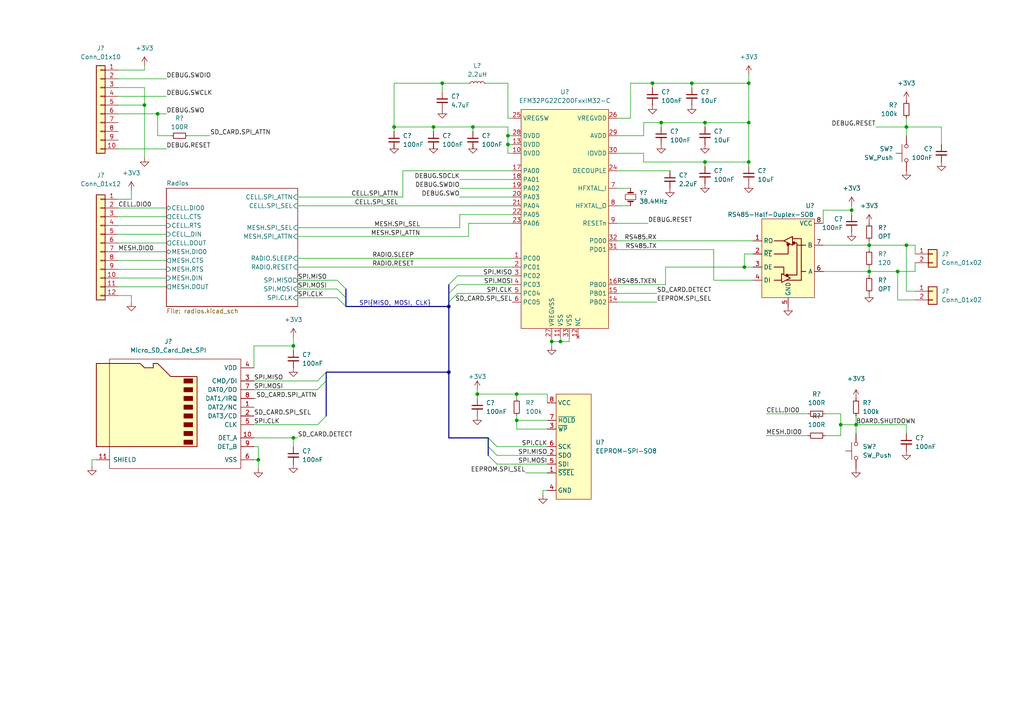
<source format=kicad_sch>
(kicad_sch (version 20211123) (generator eeschema)
  (paper "A4")
  (lib_symbols
    (symbol "Connector_Generic:Conn_01x02" (pin_names (offset 1.016) hide)
      (property "Reference" "J" (at 0 2.54 0))
      (property "Value" "Conn_01x02" (at 0 -5.08 0))
      (symbol "Conn_01x02_1_1"
        (rectangle (start -1.27 -2.413) (end 0 -2.667) (stroke (width 0.1524)))
        (rectangle (start -1.27 0.127) (end 0 -0.127) (stroke (width 0.1524)))
        (rectangle (start -1.27 1.27) (end 1.27 -3.81) (stroke (width 0.254)) (fill (type background)))
        (pin passive line (at -5.08 0 0) (length 3.81) (name "Pin_1") (number "1"))
        (pin passive line (at -5.08 -2.54 0) (length 3.81) (name "Pin_2") (number "2"))
      )
    )
    (symbol "Connector_Generic:Conn_01x10" (pin_names (offset 1.016) hide)
      (property "Reference" "J" (at 0 12.7 0))
      (property "Value" "Conn_01x10" (at 0 -15.24 0))
      (symbol "Conn_01x10_1_1"
        (rectangle (start -1.27 -12.573) (end 0 -12.827) (stroke (width 0.1524)))
        (rectangle (start -1.27 -10.033) (end 0 -10.287) (stroke (width 0.1524)))
        (rectangle (start -1.27 -7.493) (end 0 -7.747) (stroke (width 0.1524)))
        (rectangle (start -1.27 -4.953) (end 0 -5.207) (stroke (width 0.1524)))
        (rectangle (start -1.27 -2.413) (end 0 -2.667) (stroke (width 0.1524)))
        (rectangle (start -1.27 0.127) (end 0 -0.127) (stroke (width 0.1524)))
        (rectangle (start -1.27 2.667) (end 0 2.413) (stroke (width 0.1524)))
        (rectangle (start -1.27 5.207) (end 0 4.953) (stroke (width 0.1524)))
        (rectangle (start -1.27 7.747) (end 0 7.493) (stroke (width 0.1524)))
        (rectangle (start -1.27 10.287) (end 0 10.033) (stroke (width 0.1524)))
        (rectangle (start -1.27 11.43) (end 1.27 -13.97) (stroke (width 0.254)) (fill (type background)))
        (pin passive line (at -5.08 10.16 0) (length 3.81) (name "Pin_1") (number "1"))
        (pin passive line (at -5.08 -12.7 0) (length 3.81) (name "Pin_10") (number "10"))
        (pin passive line (at -5.08 7.62 0) (length 3.81) (name "Pin_2") (number "2"))
        (pin passive line (at -5.08 5.08 0) (length 3.81) (name "Pin_3") (number "3"))
        (pin passive line (at -5.08 2.54 0) (length 3.81) (name "Pin_4") (number "4"))
        (pin passive line (at -5.08 0 0) (length 3.81) (name "Pin_5") (number "5"))
        (pin passive line (at -5.08 -2.54 0) (length 3.81) (name "Pin_6") (number "6"))
        (pin passive line (at -5.08 -5.08 0) (length 3.81) (name "Pin_7") (number "7"))
        (pin passive line (at -5.08 -7.62 0) (length 3.81) (name "Pin_8") (number "8"))
        (pin passive line (at -5.08 -10.16 0) (length 3.81) (name "Pin_9") (number "9"))
      )
    )
    (symbol "Connector_Generic:Conn_01x12" (pin_names (offset 1.016) hide)
      (property "Reference" "J" (at 0 15.24 0))
      (property "Value" "Conn_01x12" (at 0 -17.78 0))
      (symbol "Conn_01x12_1_1"
        (rectangle (start -1.27 -15.113) (end 0 -15.367) (stroke (width 0.1524)))
        (rectangle (start -1.27 -12.573) (end 0 -12.827) (stroke (width 0.1524)))
        (rectangle (start -1.27 -10.033) (end 0 -10.287) (stroke (width 0.1524)))
        (rectangle (start -1.27 -7.493) (end 0 -7.747) (stroke (width 0.1524)))
        (rectangle (start -1.27 -4.953) (end 0 -5.207) (stroke (width 0.1524)))
        (rectangle (start -1.27 -2.413) (end 0 -2.667) (stroke (width 0.1524)))
        (rectangle (start -1.27 0.127) (end 0 -0.127) (stroke (width 0.1524)))
        (rectangle (start -1.27 2.667) (end 0 2.413) (stroke (width 0.1524)))
        (rectangle (start -1.27 5.207) (end 0 4.953) (stroke (width 0.1524)))
        (rectangle (start -1.27 7.747) (end 0 7.493) (stroke (width 0.1524)))
        (rectangle (start -1.27 10.287) (end 0 10.033) (stroke (width 0.1524)))
        (rectangle (start -1.27 12.827) (end 0 12.573) (stroke (width 0.1524)))
        (rectangle (start -1.27 13.97) (end 1.27 -16.51) (stroke (width 0.254)) (fill (type background)))
        (pin passive line (at -5.08 12.7 0) (length 3.81) (name "Pin_1") (number "1"))
        (pin passive line (at -5.08 -10.16 0) (length 3.81) (name "Pin_10") (number "10"))
        (pin passive line (at -5.08 -12.7 0) (length 3.81) (name "Pin_11") (number "11"))
        (pin passive line (at -5.08 -15.24 0) (length 3.81) (name "Pin_12") (number "12"))
        (pin passive line (at -5.08 10.16 0) (length 3.81) (name "Pin_2") (number "2"))
        (pin passive line (at -5.08 7.62 0) (length 3.81) (name "Pin_3") (number "3"))
        (pin passive line (at -5.08 5.08 0) (length 3.81) (name "Pin_4") (number "4"))
        (pin passive line (at -5.08 2.54 0) (length 3.81) (name "Pin_5") (number "5"))
        (pin passive line (at -5.08 0 0) (length 3.81) (name "Pin_6") (number "6"))
        (pin passive line (at -5.08 -2.54 0) (length 3.81) (name "Pin_7") (number "7"))
        (pin passive line (at -5.08 -5.08 0) (length 3.81) (name "Pin_8") (number "8"))
        (pin passive line (at -5.08 -7.62 0) (length 3.81) (name "Pin_9") (number "9"))
      )
    )
    (symbol "Device:C_Small" (pin_numbers hide) (pin_names (offset 0.254) hide)
      (property "Reference" "C" (at 0.254 1.778 0))
      (property "Value" "C_Small" (at 0.254 -2.032 0))
      (symbol "C_Small_0_1"
        (polyline (pts (xy -1.524 -0.508) (xy 1.524 -0.508)) (stroke (width 0.3302)))
        (polyline (pts (xy -1.524 0.508) (xy 1.524 0.508)) (stroke (width 0.3048)))
      )
      (symbol "C_Small_1_1"
        (pin passive line (at 0 2.54 270) (length 2.032) (name "~") (number "1"))
        (pin passive line (at 0 -2.54 90) (length 2.032) (name "~") (number "2"))
      )
    )
    (symbol "Device:Crystal_Small" (pin_numbers hide) (pin_names (offset 1.016) hide)
      (property "Reference" "Y" (at 0 2.54 0))
      (property "Value" "Crystal_Small" (at 0 -2.54 0))
      (symbol "Crystal_Small_0_1"
        (rectangle (start -0.762 -1.524) (end 0.762 1.524))
        (polyline (pts (xy -1.27 -0.762) (xy -1.27 0.762)) (stroke (width 0.381)))
        (polyline (pts (xy 1.27 -0.762) (xy 1.27 0.762)) (stroke (width 0.381)))
      )
      (symbol "Crystal_Small_1_1"
        (pin passive line (at -2.54 0 0) (length 1.27) (name "1") (number "1"))
        (pin passive line (at 2.54 0 180) (length 1.27) (name "2") (number "2"))
      )
    )
    (symbol "Device:L_Small" (pin_numbers hide) (pin_names (offset 0.254) hide)
      (property "Reference" "L" (at 0.762 1.016 0))
      (property "Value" "L_Small" (at 0.762 -1.016 0))
      (symbol "L_Small_0_1"
        (arc (start 0 -2.032) (mid 0.508 -1.524) (end 0 -1.016))
        (arc (start 0 -1.016) (mid 0.508 -0.508) (end 0 0))
        (arc (start 0 0) (mid 0.508 0.508) (end 0 1.016))
        (arc (start 0 1.016) (mid 0.508 1.524) (end 0 2.032))
      )
      (symbol "L_Small_1_1"
        (pin passive line (at 0 2.54 270) (length 0.508) (name "~") (number "1"))
        (pin passive line (at 0 -2.54 90) (length 0.508) (name "~") (number "2"))
      )
    )
    (symbol "Switch:SW_Push" (pin_numbers hide) (pin_names (offset 1.016) hide)
      (property "Reference" "SW" (at 1.27 2.54 0))
      (property "Value" "SW_Push" (at 0 -1.524 0))
      (symbol "SW_Push_0_1"
        (circle (center -2.032 0) (radius 0.508))
        (polyline (pts (xy 0 1.27) (xy 0 3.048)))
        (polyline (pts (xy 2.54 1.27) (xy -2.54 1.27)))
        (circle (center 2.032 0) (radius 0.508))
        (pin passive line (at -5.08 0 0) (length 2.54) (name "1") (number "1"))
        (pin passive line (at 5.08 0 180) (length 2.54) (name "2") (number "2"))
      )
    )
    (symbol "novasource_parts:C_Small" (pin_numbers hide) (pin_names (offset 0.254) hide)
      (property "Reference" "C" (at 0.254 1.778 0))
      (property "Value" "C_Small" (at 0.254 -2.032 0))
      (symbol "C_Small_0_1"
        (polyline (pts (xy -1.524 -0.508) (xy 1.524 -0.508)) (stroke (width 0.3302)))
        (polyline (pts (xy -1.524 0.508) (xy 1.524 0.508)) (stroke (width 0.3048)))
      )
      (symbol "C_Small_1_1"
        (pin passive line (at 0 2.54 270) (length 2.032) (name "~") (number "1"))
        (pin passive line (at 0 -2.54 90) (length 2.032) (name "~") (number "2"))
      )
    )
    (symbol "novasource_parts:EEPROM-SPI-SO8"
      (property "Reference" "U?" (at 11.43 -6.3499 0))
      (property "Value" "EEPROM-SPI-SO8" (at 11.43 -8.8899 0))
      (symbol "EEPROM-SPI-SO8_0_1"
        (rectangle (start 0 7.62) (end 10.16 -22.86) (fill (type background)))
      )
      (symbol "EEPROM-SPI-SO8_1_1"
        (pin input line (at -2.54 -15.24 0) (length 2.54) (name "~{SSEL}") (number "1"))
        (pin tri_state line (at -2.54 -10.16 0) (length 2.54) (name "SDO") (number "2"))
        (pin input line (at -2.54 -2.54 0) (length 2.54) (name "~{WP}") (number "3"))
        (pin power_in line (at -2.54 -20.32 0) (length 2.54) (name "GND") (number "4"))
        (pin input line (at -2.54 -12.7 0) (length 2.54) (name "SDI") (number "5"))
        (pin input line (at -2.54 -7.62 0) (length 2.54) (name "SCK") (number "6"))
        (pin input line (at -2.54 0 0) (length 2.54) (name "~{HOLD}") (number "7"))
        (pin power_in line (at -2.54 5.08 0) (length 2.54) (name "VCC") (number "8"))
      )
    )
    (symbol "novasource_parts:EFM32PG22C200FxxIM32-C"
      (property "Reference" "U" (at -12.7 36.83 0))
      (property "Value" "EFM32PG22C200FxxIM32-C" (at 0 34.29 0))
      (symbol "EFM32PG22C200FxxIM32-C_0_0"
        (pin bidirectional line (at 15.24 -10.16 180) (length 2.54) (name "PC00") (number "1"))
        (pin power_in line (at 15.24 20.32 180) (length 2.54) (name "DVDD") (number "10"))
        (pin power_in line (at 1.27 -33.02 90) (length 2.54) (name "VSS") (number "11"))
        (pin no_connect line (at -3.81 -33.02 90) (length 2.54) (name "NC") (number "12"))
        (pin power_in line (at 15.24 22.86 180) (length 2.54) (name "DVDD") (number "13"))
        (pin bidirectional line (at -15.24 -22.86 0) (length 2.54) (name "PB02") (number "14"))
        (pin bidirectional line (at -15.24 -20.32 0) (length 2.54) (name "PB01") (number "15"))
        (pin bidirectional line (at -15.24 -17.78 0) (length 2.54) (name "PB00") (number "16"))
        (pin bidirectional line (at 15.24 15.24 180) (length 2.54) (name "PA00") (number "17"))
        (pin bidirectional line (at 15.24 12.7 180) (length 2.54) (name "PA01") (number "18"))
        (pin bidirectional line (at 15.24 10.16 180) (length 2.54) (name "PA02") (number "19"))
        (pin bidirectional line (at 15.24 -12.7 180) (length 2.54) (name "PC01") (number "2"))
        (pin bidirectional line (at 15.24 7.62 180) (length 2.54) (name "PA03") (number "20"))
        (pin bidirectional line (at 15.24 5.08 180) (length 2.54) (name "PA04") (number "21"))
        (pin bidirectional line (at 15.24 2.54 180) (length 2.54) (name "PA05") (number "22"))
        (pin bidirectional line (at 15.24 0 180) (length 2.54) (name "PA06") (number "23"))
        (pin passive line (at -15.24 15.24 0) (length 2.54) (name "DECOUPLE") (number "24"))
        (pin power_out line (at 15.24 30.48 180) (length 2.54) (name "VREGSW") (number "25"))
        (pin power_in line (at -15.24 30.48 0) (length 2.54) (name "VREGVDD") (number "26"))
        (pin power_in line (at 3.81 -33.02 90) (length 2.54) (name "VREGVSS") (number "27"))
        (pin power_in line (at 15.24 25.4 180) (length 2.54) (name "DVDD") (number "28"))
        (pin power_in line (at -15.24 25.4 0) (length 2.54) (name "AVDD") (number "29"))
        (pin bidirectional line (at 15.24 -15.24 180) (length 2.54) (name "PC02") (number "3"))
        (pin power_in line (at -15.24 20.32 0) (length 2.54) (name "IOVDD") (number "30"))
        (pin bidirectional line (at -15.24 -7.62 0) (length 2.54) (name "PD01") (number "31"))
        (pin bidirectional line (at -15.24 -5.08 0) (length 2.54) (name "PD00") (number "32"))
        (pin power_in line (at -1.27 -33.02 90) (length 2.54) (name "VSS") (number "33"))
        (pin bidirectional line (at 15.24 -17.78 180) (length 2.54) (name "PC03") (number "4"))
        (pin bidirectional line (at 15.24 -20.32 180) (length 2.54) (name "PC04") (number "5"))
        (pin bidirectional line (at 15.24 -22.86 180) (length 2.54) (name "PC05") (number "6"))
        (pin input line (at -15.24 10.16 0) (length 2.54) (name "HFXTAL_I") (number "7"))
        (pin output line (at -15.24 5.08 0) (length 2.54) (name "HFXTAL_O") (number "8"))
        (pin input line (at -15.24 0 0) (length 2.54) (name "RESETn") (number "9"))
      )
      (symbol "EFM32PG22C200FxxIM32-C_0_1"
        (rectangle (start -12.7 33.02) (end 12.7 -30.48) (fill (type background)))
      )
    )
    (symbol "novasource_parts:GND" (power) (pin_names (offset 0))
      (symbol "GND_0_1"
        (polyline (pts (xy 0 0) (xy 0 -1.27) (xy 1.27 -1.27) (xy 0 -2.54) (xy -1.27 -1.27) (xy 0 -1.27)))
      )
      (symbol "GND_1_1"
        (pin power_in line (at 0 0 270) (length 0) hide (name "GND") (number "1"))
      )
    )
    (symbol "novasource_parts:Micro_SD_Card_Det_SPI" (pin_names (offset 1.016))
      (property "Reference" "J" (at -20.32 17.78 0))
      (property "Value" "Micro_SD_Card_Det_SPI" (at 15.24 17.78 0))
      (symbol "Micro_SD_Card_Det_SPI_0_1"
        (rectangle (start -21.59 16.51) (end 16.51 -15.24))
        (rectangle (start -7.62 -6.985) (end -5.08 -8.255) (fill (type outline)))
        (rectangle (start -7.62 -4.445) (end -5.08 -5.715) (fill (type outline)))
        (rectangle (start -7.62 -1.905) (end -5.08 -3.175) (fill (type outline)))
        (rectangle (start -7.62 0.635) (end -5.08 -0.635) (fill (type outline)))
        (rectangle (start -7.62 3.175) (end -5.08 1.905) (fill (type outline)))
        (rectangle (start -7.62 5.715) (end -5.08 4.445) (fill (type outline)))
        (rectangle (start -7.62 8.255) (end -5.08 6.985) (fill (type outline)))
        (rectangle (start -7.62 10.795) (end -5.08 9.525) (fill (type outline)))
        (polyline (pts (xy -8.89 -8.89) (xy -8.89 11.43) (xy -1.27 11.43) (xy 2.54 15.24) (xy 3.81 15.24) (xy 3.81 13.97) (xy 6.35 13.97) (xy 7.62 15.24) (xy 20.32 15.24) (xy 20.32 -8.89) (xy -8.89 -8.89)) (stroke (width 0.254)) (fill (type background)))
      )
      (symbol "Micro_SD_Card_Det_SPI_1_1"
        (pin bidirectional line (at -25.4 2.54 0) (length 3.81) (name "DAT2/NC") (number "1"))
        (pin passive line (at -25.4 -6.35 0) (length 3.81) (name "DET_A") (number "10"))
        (pin passive line (at 20.32 -12.7 180) (length 3.81) (name "SHIELD") (number "11"))
        (pin bidirectional line (at -25.4 0 0) (length 3.81) (name "DAT3/CD") (number "2"))
        (pin input line (at -25.4 10.16 0) (length 3.81) (name "CMD/DI") (number "3"))
        (pin power_in line (at -25.4 13.97 0) (length 3.81) (name "VDD") (number "4"))
        (pin input line (at -25.4 -2.54 0) (length 3.81) (name "CLK") (number "5"))
        (pin power_in line (at -25.4 -12.7 0) (length 3.81) (name "VSS") (number "6"))
        (pin bidirectional line (at -25.4 7.62 0) (length 3.81) (name "DAT0/DO") (number "7"))
        (pin bidirectional line (at -25.4 5.08 0) (length 3.81) (name "DAT1/IRQ") (number "8"))
        (pin passive line (at -25.4 -8.89 0) (length 3.81) (name "DET_B") (number "9"))
      )
    )
    (symbol "novasource_parts:RS485-Half-Duplex-SO8"
      (property "Reference" "U" (at -10.16 12.7 0))
      (property "Value" "RS485-Half-Duplex-SO8" (at -11.43 12.7 0))
      (symbol "RS485-Half-Duplex-SO8_0_1"
        (circle (center -0.3048 -6.223) (radius 0.3556) (stroke (width 0.254)) (fill (type outline)))
        (circle (center -0.0254 2.7686) (radius 0.3556) (stroke (width 0.254)) (fill (type outline)))
        (polyline (pts (xy -4.064 -7.62) (xy -1.905 -7.62)) (stroke (width 0.254)))
        (polyline (pts (xy -4.064 3.81) (xy -1.27 3.81)) (stroke (width 0.254)))
        (polyline (pts (xy -1.27 -5.7404) (xy -1.27 -5.9944)) (stroke (width 0.254)))
        (polyline (pts (xy -0.635 -7.62) (xy 3.81 -7.62)) (stroke (width 0.254)))
        (polyline (pts (xy 0 1.27) (xy 0 2.54)) (stroke (width 0.254)))
        (polyline (pts (xy 3.81 -5.08) (xy 5.08 -5.08)) (stroke (width 0.254)))
        (polyline (pts (xy -4.064 -3.81) (xy -1.27 -3.81) (xy -1.27 -5.842)) (stroke (width 0.254)))
        (polyline (pts (xy 0 1.27) (xy 0 0) (xy -4.064 0)) (stroke (width 0.254)))
        (polyline (pts (xy 1.27 4.445) (xy 3.81 4.445) (xy 3.81 -7.62)) (stroke (width 0.254)))
        (polyline (pts (xy 2.54 2.54) (xy 2.54 -6.096) (xy -0.254 -6.096)) (stroke (width 0.254)))
        (polyline (pts (xy -1.905 -5.715) (xy -1.905 -8.255) (xy 0.635 -6.985) (xy -1.905 -5.715)) (stroke (width 0.254)))
        (polyline (pts (xy -1.27 3.81) (xy 1.27 5.08) (xy 1.27 2.54) (xy -1.27 3.81)) (stroke (width 0.254)))
        (polyline (pts (xy 5.08 2.54) (xy 2.54 2.54) (xy 2.54 3.175) (xy 1.905 3.175)) (stroke (width 0.254)))
        (rectangle (start 1.27 4.445) (end 1.27 4.445))
        (circle (center 1.651 3.175) (radius 0.3556) (stroke (width 0.254)) (fill (type outline)))
        (rectangle (start 7.62 10.16) (end -7.62 -12.7) (fill (type background)))
      )
      (symbol "RS485-Half-Duplex-SO8_1_1"
        (pin output line (at -10.16 3.81 0) (length 2.54) (name "RO") (number "1"))
        (pin input line (at -10.16 0 0) (length 2.54) (name "~{RE}") (number "2"))
        (pin input line (at -10.16 -3.81 0) (length 2.54) (name "DE") (number "3"))
        (pin input line (at -10.16 -7.62 0) (length 2.54) (name "DI") (number "4"))
        (pin power_in line (at 0 -15.24 90) (length 2.54) (name "GND") (number "5"))
        (pin bidirectional line (at 10.16 -5.08 180) (length 2.54) (name "A") (number "6"))
        (pin bidirectional line (at 10.16 2.54 180) (length 2.54) (name "B") (number "7"))
        (pin power_in line (at 10.16 8.89 180) (length 2.54) (name "VCC") (number "8"))
      )
    )
    (symbol "novasource_parts:R_Small" (pin_numbers hide) (pin_names (offset 0.254) hide)
      (property "Reference" "R" (at 0.762 0.508 0))
      (property "Value" "R_Small" (at 0.762 -1.016 0))
      (symbol "R_Small_0_1"
        (rectangle (start -0.762 1.778) (end 0.762 -1.778) (stroke (width 0.2032)))
      )
      (symbol "R_Small_1_1"
        (pin passive line (at 0 2.54 270) (length 0.762) (name "~") (number "1"))
        (pin passive line (at 0 -2.54 90) (length 0.762) (name "~") (number "2"))
      )
    )
    (symbol "power:+3.3V" (power) (pin_names (offset 0))
      (property "Value" "+3.3V" (at 0 3.556 0))
      (symbol "+3.3V_0_1"
        (polyline (pts (xy -0.762 1.27) (xy 0 2.54)))
        (polyline (pts (xy 0 0) (xy 0 2.54)))
        (polyline (pts (xy 0 2.54) (xy 0.762 1.27)))
      )
      (symbol "+3.3V_1_1"
        (pin power_in line (at 0 0 90) (length 0) hide (name "+3V3") (number "1"))
      )
    )
  )
  (junction (at 252.095 71.12))
  (junction (at 204.47 46.99))
  (junction (at 149.86 121.92))
  (junction (at 262.89 36.83))
  (junction (at 217.17 35.56))
  (junction (at 191.77 35.56))
  (junction (at 200.66 24.13))
  (junction (at 147.32 41.91))
  (junction (at 162.56 99.06))
  (junction (at 248.285 123.19))
  (junction (at 262.89 71.12))
  (junction (at 247.015 60.96))
  (junction (at 85.09 100.33))
  (junction (at 260.35 78.74))
  (junction (at 128.27 24.13))
  (junction (at 114.3 36.83))
  (junction (at 252.095 78.74))
  (junction (at 45.72 33.02))
  (junction (at 85.09 127))
  (junction (at 138.43 114.3))
  (junction (at 160.02 99.06))
  (junction (at 74.93 133.35))
  (junction (at 217.17 24.13))
  (junction (at 243.84 123.19))
  (junction (at 125.73 36.83))
  (junction (at 215.9 77.47))
  (junction (at 41.91 30.48))
  (junction (at 149.86 114.3))
  (junction (at 147.32 39.37))
  (junction (at 137.16 36.83))
  (junction (at 189.23 24.13))
  (junction (at 130.175 88.9))
  (junction (at 204.47 35.56))
  (junction (at 130.175 107.95))
  (junction (at 217.17 46.99))
  (bus_entry (at 100.33 83.82) (size -2.54 -2.54))
  (bus_entry (at 100.33 88.9) (size -2.54 -2.54))
  (bus_entry (at 100.33 86.36) (size -2.54 -2.54))
  (bus_entry (at 141.605 127) (size 2.54 2.54))
  (bus_entry (at 94.615 107.95) (size -2.54 2.54))
  (bus_entry (at 132.715 80.01) (size -2.54 2.54))
  (bus_entry (at 94.615 110.49) (size -2.54 2.54))
  (bus_entry (at 141.605 129.54) (size 2.54 2.54))
  (bus_entry (at 94.615 120.65) (size -2.54 2.54))
  (bus_entry (at 141.605 132.08) (size 2.54 2.54))
  (bus_entry (at 132.715 82.55) (size -2.54 2.54))
  (bus_entry (at 132.715 85.09) (size -2.54 2.54))
  (wire (pts (xy 190.5 85.09) (xy 179.07 85.09)))
  (wire (pts (xy 34.29 75.565) (xy 48.26 75.565)))
  (wire (pts (xy 158.75 137.16) (xy 152.4 137.16)))
  (wire (pts (xy 86.36 74.93) (xy 148.59 74.93)))
  (wire (pts (xy 248.285 123.19) (xy 248.285 125.73)))
  (wire (pts (xy 41.91 20.32) (xy 34.29 20.32)))
  (wire (pts (xy 252.095 71.12) (xy 252.095 69.85)))
  (wire (pts (xy 165.1 99.06) (xy 165.1 97.79)))
  (wire (pts (xy 193.04 82.55) (xy 179.07 82.55)))
  (wire (pts (xy 252.095 78.74) (xy 252.095 80.01)))
  (wire (pts (xy 265.43 71.12) (xy 265.43 73.66)))
  (wire (pts (xy 74.93 133.35) (xy 74.93 135.89)))
  (wire (pts (xy 204.47 35.56) (xy 204.47 36.83)))
  (bus (pts (xy 130.175 88.9) (xy 100.33 88.9)))
  (wire (pts (xy 34.29 85.725) (xy 38.1 85.725)))
  (wire (pts (xy 73.66 100.33) (xy 73.66 106.68)))
  (wire (pts (xy 34.29 43.18) (xy 48.26 43.18)))
  (wire (pts (xy 26.67 133.35) (xy 26.67 135.255)))
  (wire (pts (xy 238.76 78.74) (xy 252.095 78.74)))
  (wire (pts (xy 73.66 115.57) (xy 74.295 115.57)))
  (wire (pts (xy 191.77 35.56) (xy 191.77 36.83)))
  (wire (pts (xy 73.66 113.03) (xy 92.075 113.03)))
  (wire (pts (xy 248.285 120.65) (xy 248.285 123.19)))
  (wire (pts (xy 262.89 84.455) (xy 262.89 71.12)))
  (wire (pts (xy 41.91 30.48) (xy 41.91 45.72)))
  (wire (pts (xy 157.48 142.24) (xy 157.48 143.51)))
  (wire (pts (xy 204.47 46.99) (xy 204.47 48.26)))
  (wire (pts (xy 158.75 124.46) (xy 149.86 124.46)))
  (wire (pts (xy 238.76 64.77) (xy 238.76 60.96)))
  (bus (pts (xy 130.175 82.55) (xy 130.175 85.09)))
  (wire (pts (xy 147.32 36.83) (xy 147.32 39.37)))
  (wire (pts (xy 243.84 126.365) (xy 243.84 123.19)))
  (wire (pts (xy 149.86 124.46) (xy 149.86 121.92)))
  (wire (pts (xy 128.27 24.13) (xy 128.27 26.67)))
  (wire (pts (xy 149.86 121.92) (xy 158.75 121.92)))
  (wire (pts (xy 34.29 78.105) (xy 48.26 78.105)))
  (wire (pts (xy 179.07 34.29) (xy 182.88 34.29)))
  (wire (pts (xy 34.29 70.485) (xy 48.26 70.485)))
  (wire (pts (xy 204.47 46.99) (xy 217.17 46.99)))
  (wire (pts (xy 158.75 142.24) (xy 157.48 142.24)))
  (wire (pts (xy 34.29 25.4) (xy 41.91 25.4)))
  (wire (pts (xy 148.59 44.45) (xy 147.32 44.45)))
  (wire (pts (xy 148.59 49.53) (xy 116.84 49.53)))
  (wire (pts (xy 147.32 39.37) (xy 147.32 41.91)))
  (wire (pts (xy 147.32 34.29) (xy 147.32 24.13)))
  (wire (pts (xy 217.17 24.13) (xy 217.17 35.56)))
  (wire (pts (xy 133.35 52.07) (xy 148.59 52.07)))
  (wire (pts (xy 204.47 35.56) (xy 217.17 35.56)))
  (wire (pts (xy 260.35 78.74) (xy 252.095 78.74)))
  (wire (pts (xy 86.36 83.82) (xy 97.79 83.82)))
  (wire (pts (xy 162.56 97.79) (xy 162.56 99.06)))
  (wire (pts (xy 217.17 46.99) (xy 217.17 48.26)))
  (wire (pts (xy 190.5 87.63) (xy 179.07 87.63)))
  (wire (pts (xy 86.36 77.47) (xy 148.59 77.47)))
  (bus (pts (xy 94.615 110.49) (xy 94.615 120.65)))
  (wire (pts (xy 160.02 99.06) (xy 162.56 99.06)))
  (wire (pts (xy 218.44 69.85) (xy 179.07 69.85)))
  (wire (pts (xy 218.44 73.66) (xy 215.9 73.66)))
  (wire (pts (xy 189.23 24.13) (xy 200.66 24.13)))
  (wire (pts (xy 34.29 67.945) (xy 48.26 67.945)))
  (wire (pts (xy 34.29 73.025) (xy 48.26 73.025)))
  (bus (pts (xy 130.175 127) (xy 141.605 127)))
  (wire (pts (xy 86.36 68.58) (xy 135.89 68.58)))
  (bus (pts (xy 141.605 127) (xy 141.605 129.54)))
  (wire (pts (xy 45.72 33.02) (xy 48.26 33.02)))
  (wire (pts (xy 137.16 36.83) (xy 137.16 38.1)))
  (wire (pts (xy 273.05 36.83) (xy 273.05 41.91)))
  (wire (pts (xy 265.43 86.995) (xy 260.35 86.995)))
  (wire (pts (xy 86.36 81.28) (xy 97.79 81.28)))
  (wire (pts (xy 133.35 66.04) (xy 133.35 62.23)))
  (wire (pts (xy 179.07 59.69) (xy 182.88 59.69)))
  (wire (pts (xy 160.02 99.06) (xy 160.02 100.33)))
  (wire (pts (xy 138.43 114.3) (xy 149.86 114.3)))
  (wire (pts (xy 54.61 39.37) (xy 60.96 39.37)))
  (wire (pts (xy 149.86 114.3) (xy 158.75 114.3)))
  (wire (pts (xy 34.29 65.405) (xy 48.26 65.405)))
  (wire (pts (xy 186.69 35.56) (xy 191.77 35.56)))
  (wire (pts (xy 186.69 46.99) (xy 204.47 46.99)))
  (wire (pts (xy 189.23 24.13) (xy 189.23 25.4)))
  (wire (pts (xy 34.29 83.185) (xy 48.26 83.185)))
  (wire (pts (xy 34.29 57.785) (xy 38.1 57.785)))
  (wire (pts (xy 149.86 114.3) (xy 149.86 115.57)))
  (wire (pts (xy 86.36 66.04) (xy 133.35 66.04)))
  (wire (pts (xy 248.285 123.19) (xy 262.89 123.19)))
  (wire (pts (xy 125.73 43.18) (xy 125.73 41.91)))
  (wire (pts (xy 132.715 80.01) (xy 148.59 80.01)))
  (wire (pts (xy 128.27 24.13) (xy 114.3 24.13)))
  (wire (pts (xy 147.32 44.45) (xy 147.32 41.91)))
  (wire (pts (xy 137.16 36.83) (xy 147.32 36.83)))
  (wire (pts (xy 247.015 59.69) (xy 247.015 60.96)))
  (wire (pts (xy 243.84 120.015) (xy 243.84 123.19)))
  (wire (pts (xy 252.095 71.12) (xy 262.89 71.12)))
  (wire (pts (xy 41.91 19.05) (xy 41.91 20.32)))
  (wire (pts (xy 238.76 60.96) (xy 247.015 60.96)))
  (wire (pts (xy 179.07 54.61) (xy 182.88 54.61)))
  (wire (pts (xy 135.89 64.77) (xy 148.59 64.77)))
  (wire (pts (xy 34.29 80.645) (xy 48.26 80.645)))
  (wire (pts (xy 114.3 24.13) (xy 114.3 36.83)))
  (wire (pts (xy 179.07 39.37) (xy 186.69 39.37)))
  (wire (pts (xy 179.07 64.77) (xy 187.96 64.77)))
  (wire (pts (xy 137.16 36.83) (xy 125.73 36.83)))
  (wire (pts (xy 85.09 100.33) (xy 73.66 100.33)))
  (wire (pts (xy 114.3 36.83) (xy 114.3 38.1)))
  (wire (pts (xy 73.66 123.19) (xy 92.075 123.19)))
  (wire (pts (xy 135.89 24.13) (xy 128.27 24.13)))
  (wire (pts (xy 85.09 127) (xy 73.66 127)))
  (wire (pts (xy 86.36 127) (xy 85.09 127)))
  (wire (pts (xy 144.145 129.54) (xy 158.75 129.54)))
  (wire (pts (xy 238.76 71.12) (xy 252.095 71.12)))
  (wire (pts (xy 45.72 39.37) (xy 45.72 33.02)))
  (wire (pts (xy 252.095 71.12) (xy 252.095 72.39)))
  (bus (pts (xy 130.175 88.9) (xy 130.175 107.95)))
  (wire (pts (xy 125.73 36.83) (xy 125.73 38.1)))
  (wire (pts (xy 34.29 27.94) (xy 48.26 27.94)))
  (wire (pts (xy 140.97 24.13) (xy 147.32 24.13)))
  (wire (pts (xy 73.66 110.49) (xy 92.075 110.49)))
  (wire (pts (xy 138.43 114.3) (xy 138.43 115.57)))
  (wire (pts (xy 262.89 123.19) (xy 262.89 125.73)))
  (wire (pts (xy 27.94 133.35) (xy 26.67 133.35)))
  (wire (pts (xy 147.32 41.91) (xy 148.59 41.91)))
  (wire (pts (xy 34.29 33.02) (xy 45.72 33.02)))
  (wire (pts (xy 234.315 120.015) (xy 222.25 120.015)))
  (wire (pts (xy 158.75 116.84) (xy 158.75 114.3)))
  (wire (pts (xy 135.89 68.58) (xy 135.89 64.77)))
  (wire (pts (xy 186.69 39.37) (xy 186.69 35.56)))
  (wire (pts (xy 149.86 121.92) (xy 149.86 120.65)))
  (wire (pts (xy 85.09 97.79) (xy 85.09 100.33)))
  (wire (pts (xy 182.88 34.29) (xy 182.88 24.13)))
  (bus (pts (xy 130.175 107.95) (xy 130.175 127)))
  (bus (pts (xy 94.615 107.95) (xy 130.175 107.95)))
  (bus (pts (xy 141.605 129.54) (xy 141.605 132.08)))
  (wire (pts (xy 252.095 78.74) (xy 252.095 77.47)))
  (wire (pts (xy 193.04 77.47) (xy 193.04 82.55)))
  (wire (pts (xy 97.79 86.36) (xy 86.36 86.36)))
  (wire (pts (xy 148.59 34.29) (xy 147.32 34.29)))
  (wire (pts (xy 186.69 44.45) (xy 186.69 46.99)))
  (wire (pts (xy 215.9 73.66) (xy 215.9 77.47)))
  (wire (pts (xy 215.9 77.47) (xy 218.44 77.47)))
  (wire (pts (xy 132.715 82.55) (xy 148.59 82.55)))
  (bus (pts (xy 130.175 85.09) (xy 130.175 87.63)))
  (wire (pts (xy 218.44 81.28) (xy 207.01 81.28)))
  (wire (pts (xy 34.29 22.86) (xy 48.26 22.86)))
  (wire (pts (xy 34.29 62.865) (xy 48.26 62.865)))
  (wire (pts (xy 73.66 133.35) (xy 74.93 133.35)))
  (wire (pts (xy 74.93 129.54) (xy 74.93 133.35)))
  (wire (pts (xy 132.715 85.09) (xy 148.59 85.09)))
  (wire (pts (xy 114.3 43.18) (xy 114.3 41.91)))
  (wire (pts (xy 85.09 127) (xy 85.09 129.54)))
  (wire (pts (xy 262.89 36.83) (xy 262.89 39.37)))
  (wire (pts (xy 34.29 30.48) (xy 41.91 30.48)))
  (wire (pts (xy 254 36.83) (xy 262.89 36.83)))
  (wire (pts (xy 265.43 76.2) (xy 265.43 78.74)))
  (wire (pts (xy 148.59 57.15) (xy 133.35 57.15)))
  (wire (pts (xy 200.66 24.13) (xy 200.66 25.4)))
  (wire (pts (xy 73.66 129.54) (xy 74.93 129.54)))
  (wire (pts (xy 144.145 132.08) (xy 158.75 132.08)))
  (wire (pts (xy 138.43 113.03) (xy 138.43 114.3)))
  (wire (pts (xy 41.91 25.4) (xy 41.91 30.48)))
  (wire (pts (xy 222.25 126.365) (xy 234.315 126.365)))
  (wire (pts (xy 49.53 39.37) (xy 45.72 39.37)))
  (wire (pts (xy 243.84 123.19) (xy 248.285 123.19)))
  (wire (pts (xy 262.89 36.83) (xy 273.05 36.83)))
  (wire (pts (xy 217.17 35.56) (xy 217.17 46.99)))
  (wire (pts (xy 265.43 84.455) (xy 262.89 84.455)))
  (wire (pts (xy 247.015 60.96) (xy 247.015 62.23)))
  (wire (pts (xy 179.07 49.53) (xy 194.31 49.53)))
  (wire (pts (xy 148.59 62.23) (xy 133.35 62.23)))
  (bus (pts (xy 94.615 107.95) (xy 94.615 110.49)))
  (wire (pts (xy 147.32 39.37) (xy 148.59 39.37)))
  (wire (pts (xy 207.01 72.39) (xy 207.01 81.28)))
  (wire (pts (xy 262.89 71.12) (xy 265.43 71.12)))
  (wire (pts (xy 191.77 35.56) (xy 204.47 35.56)))
  (bus (pts (xy 130.175 87.63) (xy 130.175 88.9)))
  (wire (pts (xy 239.395 120.015) (xy 243.84 120.015)))
  (wire (pts (xy 262.89 34.29) (xy 262.89 36.83)))
  (wire (pts (xy 148.59 59.69) (xy 86.36 59.69)))
  (wire (pts (xy 86.36 57.15) (xy 116.84 57.15)))
  (wire (pts (xy 133.35 54.61) (xy 148.59 54.61)))
  (wire (pts (xy 265.43 78.74) (xy 260.35 78.74)))
  (wire (pts (xy 160.02 97.79) (xy 160.02 99.06)))
  (wire (pts (xy 239.395 126.365) (xy 243.84 126.365)))
  (wire (pts (xy 116.84 57.15) (xy 116.84 49.53)))
  (wire (pts (xy 182.88 24.13) (xy 189.23 24.13)))
  (wire (pts (xy 200.66 24.13) (xy 217.17 24.13)))
  (wire (pts (xy 85.09 100.33) (xy 85.09 101.6)))
  (wire (pts (xy 215.9 77.47) (xy 193.04 77.47)))
  (wire (pts (xy 162.56 99.06) (xy 165.1 99.06)))
  (wire (pts (xy 34.29 60.325) (xy 48.26 60.325)))
  (bus (pts (xy 100.33 86.36) (xy 100.33 88.9)))
  (wire (pts (xy 38.1 57.785) (xy 38.1 55.245)))
  (wire (pts (xy 38.1 85.725) (xy 38.1 87.63)))
  (wire (pts (xy 260.35 86.995) (xy 260.35 78.74)))
  (wire (pts (xy 179.07 44.45) (xy 186.69 44.45)))
  (wire (pts (xy 217.17 21.59) (xy 217.17 24.13)))
  (wire (pts (xy 144.145 134.62) (xy 158.75 134.62)))
  (wire (pts (xy 137.16 43.18) (xy 137.16 41.91)))
  (wire (pts (xy 179.07 72.39) (xy 207.01 72.39)))
  (wire (pts (xy 125.73 36.83) (xy 114.3 36.83)))
  (bus (pts (xy 100.33 83.82) (xy 100.33 86.36)))
  (label "SPI.MISO" (at 148.59 80.01 180))
  (label "RS485.RX" (at 190.5 69.85 180))
  (label "EEPROM.SPI_SEL" (at 152.4 137.16 180))
  (label "SD_CARD.SPI_SEL" (at 73.66 120.65 0))
  (label "DEBUG.RESET" (at 254 36.83 180))
  (label "DEBUG.SWO" (at 133.35 57.15 180))
  (label "SPI.CLK" (at 158.75 129.54 180))
  (label "SPI{MISO, MOSI, CLK}" (at 104.14 88.9 0))
  (label "MESH.SPI_SEL" (at 121.92 66.04 180))
  (label "DEBUG.SWDIO" (at 48.26 22.86 0))
  (label "SPI.MISO" (at 158.75 132.08 180))
  (label "CELL.SPI_SEL" (at 115.57 59.69 180))
  (label "SD_CARD.DETECT" (at 190.5 85.09 0))
  (label "DEBUG.SDCLK" (at 133.35 52.07 180))
  (label "DEBUG.RESET" (at 187.96 64.77 0))
  (label "RADIO.RESET" (at 107.95 77.47 0))
  (label "MESH.DIO0" (at 222.25 126.365 0))
  (label "SPI.MISO" (at 86.36 81.28 0))
  (label "SPI.MISO" (at 73.66 110.49 0))
  (label "BOARD.SHUTDOWN" (at 248.285 123.19 0))
  (label "SPI.MOSI" (at 158.75 134.62 180))
  (label "CELL.SPI_ATTN" (at 115.57 57.15 180))
  (label "CELL.DIO0" (at 34.29 60.325 0))
  (label "SPI.CLK" (at 148.59 85.09 180))
  (label "RS485.TX" (at 190.5 72.39 180))
  (label "DEBUG.SWDIO" (at 133.35 54.61 180))
  (label "SPI.CLK" (at 73.66 123.19 0))
  (label "DEBUG.RESET" (at 48.26 43.18 0))
  (label "SD_CARD.DETECT" (at 86.36 127 0))
  (label "SPI.CLK" (at 86.36 86.36 0))
  (label "RADIO.SLEEP" (at 107.95 74.93 0))
  (label "MESH.DIO0" (at 34.29 73.025 0))
  (label "SD_CARD.SPI_ATTN" (at 74.295 115.57 0))
  (label "SD_CARD.SPI_ATTN" (at 60.96 39.37 0))
  (label "EEPROM.SPI_SEL" (at 190.5 87.63 0))
  (label "MESH.SPI_ATTN" (at 121.92 68.58 180))
  (label "DEBUG.SWO" (at 48.26 33.02 0))
  (label "DEBUG.SWCLK" (at 48.26 27.94 0))
  (label "CELL.DIO0" (at 222.25 120.015 0))
  (label "SPI.MOSI" (at 73.66 113.03 0))
  (label "SPI.MOSI" (at 86.36 83.82 0))
  (label "SPI.MOSI" (at 140.335 82.55 0))
  (label "RS485.TXEN" (at 190.5 82.55 180))
  (label "SD_CARD.SPI_SEL" (at 148.59 87.63 180))
  (symbol (lib_id "Device:C_Small") (at 189.23 27.94 0) (unit 1)
    (property "Reference" "C?" (at 191.77 26.6762 0) (effects (justify left)))
    (property "Value" "100nF" (at 191.77 29.2162 0) (effects (justify left)))
  )
  (symbol (lib_id "novasource_parts:GND") (at 204.47 41.91 0) (unit 1)
    (property "Reference" "#PWR?" (effects hide))
    (property "Value" "GND" (effects hide))
  )
  (symbol (lib_id "novasource_parts:GND") (at 38.1 87.63 0) (unit 1)
    (property "Reference" "#PWR?" (effects hide))
    (property "Value" "GND" (effects hide))
  )
  (symbol (lib_id "power:+3.3V") (at 217.17 21.59 0) (unit 1)
    (property "Reference" "#PWR?" (effects hide))
    (property "Value" "+3.3V" (at 217.17 16.51 0))
  )
  (symbol (lib_id "Connector_Generic:Conn_01x02") (at 270.51 73.66 0) (unit 1)
    (property "Reference" "J?" (at 273.05 73.6599 0) (effects (justify left)))
    (property "Value" "Conn_01x02" (at 273.05 76.1999 0) (effects (justify left)))
  )
  (symbol (lib_id "power:+3.3V") (at 38.1 55.245 0) (unit 1)
    (property "Reference" "#PWR?" (effects hide))
    (property "Value" "+3.3V" (at 38.1 50.165 0))
  )
  (symbol (lib_id "Device:C_Small") (at 85.09 104.14 0) (mirror y) (unit 1)
    (property "Reference" "C?" (at 87.63 102.8762 0) (effects (justify right)))
    (property "Value" "100nF" (at 87.63 105.4162 0) (effects (justify right)))
  )
  (symbol (lib_id "power:+3.3V") (at 41.91 19.05 0) (unit 1)
    (property "Reference" "#PWR?" (effects hide))
    (property "Value" "+3.3V" (at 41.91 13.97 0))
  )
  (symbol (lib_id "power:+3.3V") (at 247.015 59.69 0) (mirror y) (unit 1)
    (property "Reference" "#PWR?" (effects hide))
    (property "Value" "+3.3V" (at 247.015 54.61 0))
  )
  (symbol (lib_id "novasource_parts:GND") (at 125.73 41.91 0) (unit 1)
    (property "Reference" "#PWR?" (effects hide))
    (property "Value" "GND" (effects hide))
  )
  (symbol (lib_id "Device:C_Small") (at 137.16 40.64 0) (unit 1)
    (property "Reference" "C?" (at 139.7 39.3762 0) (effects (justify left)))
    (property "Value" "100nF" (at 139.7 41.9162 0) (effects (justify left)))
  )
  (symbol (lib_id "novasource_parts:R_Small") (at 52.07 39.37 90) (unit 1)
    (property "Reference" "R?" (at 52.07 34.29 90))
    (property "Value" "100R" (at 52.07 36.83 90))
  )
  (symbol (lib_id "novasource_parts:GND") (at 128.27 31.75 0) (unit 1)
    (property "Reference" "#PWR?" (effects hide))
    (property "Value" "GND" (effects hide))
  )
  (symbol (lib_id "novasource_parts:EEPROM-SPI-SO8") (at 161.29 121.92 0) (unit 1)
    (property "Reference" "U?" (at 172.72 128.2699 0) (effects (justify left)))
    (property "Value" "EEPROM-SPI-SO8" (at 172.72 130.8099 0) (effects (justify left)))
    (property "Footprint" "Package_SO:SOIC-8_3.9x4.9mm_P1.27mm" (effects hide))
  )
  (symbol (lib_id "novasource_parts:C_Small") (at 262.89 128.27 0) (unit 1)
    (property "Reference" "C?" (at 265.43 127.0062 0) (effects (justify left)))
    (property "Value" "100nF" (at 265.43 129.5462 0) (effects (justify left)))
  )
  (symbol (lib_id "novasource_parts:GND") (at 160.02 100.33 0) (mirror y) (unit 1)
    (property "Reference" "#PWR?" (effects hide))
    (property "Value" "GND" (effects hide))
  )
  (symbol (lib_id "Device:L_Small") (at 138.43 24.13 90) (unit 1)
    (property "Reference" "L?" (at 138.43 19.05 90))
    (property "Value" "2.2uH" (at 138.43 21.59 90))
  )
  (symbol (lib_id "novasource_parts:GND") (at 252.095 85.09 0) (unit 1)
    (property "Reference" "#PWR?" (effects hide))
    (property "Value" "GND" (effects hide))
  )
  (symbol (lib_id "Device:C_Small") (at 191.77 39.37 0) (unit 1)
    (property "Reference" "C?" (at 194.31 38.1062 0) (effects (justify left)))
    (property "Value" "100nF" (at 194.31 40.6462 0) (effects (justify left)))
  )
  (symbol (lib_id "novasource_parts:GND") (at 200.66 30.48 0) (unit 1)
    (property "Reference" "#PWR?" (effects hide))
    (property "Value" "GND" (effects hide))
  )
  (symbol (lib_id "novasource_parts:Micro_SD_Card_Det_SPI") (at 48.26 120.65 0) (mirror y) (unit 1)
    (property "Reference" "J?" (at 48.8315 99.06 0))
    (property "Value" "Micro_SD_Card_Det_SPI" (at 48.8315 101.6 0))
  )
  (symbol (lib_id "novasource_parts:EFM32PG22C200FxxIM32-C") (at 163.83 64.77 0) (mirror y) (unit 1)
    (property "Reference" "U?" (at 163.83 26.67 0))
    (property "Value" "EFM32PG22C200FxxIM32-C" (at 163.83 29.21 0))
    (property "Footprint" "Package_DFN_QFN:QFN-32-1EP_4x4mm_P0.4mm_EP2.9x2.9mm" (effects hide))
    (property "Datasheet" "https://www.silabs.com/documents/public/data-sheets/efm32pg22-datasheet.pdf" (effects hide))
  )
  (symbol (lib_id "power:+3.3V") (at 252.095 64.77 0) (unit 1)
    (property "Reference" "#PWR?" (effects hide))
    (property "Value" "+3.3V" (at 252.095 59.69 0))
  )
  (symbol (lib_id "power:+3.3V") (at 262.89 29.21 0) (mirror y) (unit 1)
    (property "Reference" "#PWR?" (effects hide))
    (property "Value" "+3.3V" (at 262.89 24.13 0))
  )
  (symbol (lib_id "Switch:SW_Push") (at 248.285 130.81 90) (unit 1)
    (property "Reference" "SW?" (at 250.19 129.5399 90) (effects (justify right)))
    (property "Value" "SW_Push" (at 250.19 132.0799 90) (effects (justify right)))
  )
  (symbol (lib_id "Device:C_Small") (at 85.09 132.08 0) (unit 1)
    (property "Reference" "C?" (at 87.63 130.8162 0) (effects (justify left)))
    (property "Value" "100nF" (at 87.63 133.3562 0) (effects (justify left)))
  )
  (symbol (lib_id "novasource_parts:GND") (at 138.43 120.65 0) (unit 1)
    (property "Reference" "#PWR?" (effects hide))
    (property "Value" "GND" (effects hide))
  )
  (symbol (lib_id "novasource_parts:GND") (at 204.47 53.34 0) (unit 1)
    (property "Reference" "#PWR?" (effects hide))
    (property "Value" "GND" (effects hide))
  )
  (symbol (lib_id "novasource_parts:GND") (at 194.31 54.61 0) (unit 1)
    (property "Reference" "#PWR?" (effects hide))
    (property "Value" "GND" (effects hide))
  )
  (symbol (lib_id "power:+3.3V") (at 138.43 113.03 0) (unit 1)
    (property "Reference" "#PWR?" (effects hide))
    (property "Value" "+3.3V" (at 138.43 109.22 0))
  )
  (symbol (lib_id "novasource_parts:GND") (at 85.09 134.62 0) (mirror y) (unit 1)
    (property "Reference" "#PWR?" (effects hide))
    (property "Value" "GND" (effects hide))
  )
  (symbol (lib_id "novasource_parts:R_Small") (at 248.285 118.11 0) (unit 1)
    (property "Reference" "R?" (at 250.19 116.8399 0) (effects (justify left)))
    (property "Value" "100k" (at 250.19 119.3799 0) (effects (justify left)))
  )
  (symbol (lib_id "Device:C_Small") (at 194.31 52.07 0) (unit 1)
    (property "Reference" "C?" (at 196.85 50.8062 0) (effects (justify left)))
    (property "Value" "2.2uF" (at 196.85 53.3462 0) (effects (justify left)))
  )
  (symbol (lib_id "novasource_parts:C_Small") (at 114.3 40.64 0) (unit 1)
    (property "Reference" "C?" (at 116.84 39.3762 0) (effects (justify left)))
    (property "Value" "100nF" (at 116.84 41.9162 0) (effects (justify left)))
  )
  (symbol (lib_id "novasource_parts:GND") (at 262.89 49.53 0) (mirror y) (unit 1)
    (property "Reference" "#PWR?" (effects hide))
    (property "Value" "GND" (effects hide))
  )
  (symbol (lib_id "Connector_Generic:Conn_01x02") (at 270.51 84.455 0) (unit 1)
    (property "Reference" "J?" (at 273.05 84.4549 0) (effects (justify left)))
    (property "Value" "Conn_01x02" (at 273.05 86.9949 0) (effects (justify left)))
  )
  (symbol (lib_id "novasource_parts:R_Small") (at 262.89 31.75 0) (mirror y) (unit 1)
    (property "Reference" "R?" (at 260.35 30.4799 0) (effects (justify left)))
    (property "Value" "100k" (at 260.35 33.0199 0) (effects (justify left)))
  )
  (symbol (lib_id "Device:C_Small") (at 128.27 29.21 0) (unit 1)
    (property "Reference" "C?" (at 130.81 27.9462 0) (effects (justify left)))
    (property "Value" "4.7uF" (at 130.81 30.4862 0) (effects (justify left)))
  )
  (symbol (lib_id "Connector_Generic:Conn_01x10") (at 29.21 30.48 0) (mirror y) (unit 1)
    (property "Reference" "J?" (at 29.21 13.97 0))
    (property "Value" "Conn_01x10" (at 29.21 16.51 0))
  )
  (symbol (lib_id "Device:C_Small") (at 200.66 27.94 0) (unit 1)
    (property "Reference" "C?" (at 203.2 26.6762 0) (effects (justify left)))
    (property "Value" "10uF" (at 203.2 29.2162 0) (effects (justify left)))
  )
  (symbol (lib_id "Device:C_Small") (at 217.17 50.8 0) (unit 1)
    (property "Reference" "C?" (at 219.71 49.5362 0) (effects (justify left)))
    (property "Value" "10uF" (at 219.71 52.0762 0) (effects (justify left)))
  )
  (symbol (lib_id "Connector_Generic:Conn_01x12") (at 29.21 70.485 0) (mirror y) (unit 1)
    (property "Reference" "J?" (at 29.21 50.8 0))
    (property "Value" "Conn_01x12" (at 29.21 53.34 0))
  )
  (symbol (lib_id "novasource_parts:GND") (at 85.09 106.68 0) (mirror y) (unit 1)
    (property "Reference" "#PWR?" (effects hide))
    (property "Value" "GND" (effects hide))
  )
  (symbol (lib_id "Device:Crystal_Small") (at 182.88 57.15 90) (unit 1)
    (property "Reference" "Y?" (at 185.42 55.8799 90) (effects (justify right)))
    (property "Value" "38.4MHz" (at 185.42 58.4199 90) (effects (justify right)))
  )
  (symbol (lib_id "Device:C_Small") (at 247.015 64.77 0) (mirror y) (unit 1)
    (property "Reference" "C?" (at 244.475 63.5062 0) (effects (justify left)))
    (property "Value" "100nF" (at 244.475 66.0462 0) (effects (justify left)))
  )
  (symbol (lib_id "Device:C_Small") (at 204.47 50.8 0) (unit 1)
    (property "Reference" "C?" (at 207.01 49.5362 0) (effects (justify left)))
    (property "Value" "100nF" (at 207.01 52.0762 0) (effects (justify left)))
  )
  (symbol (lib_id "novasource_parts:R_Small") (at 236.855 120.015 90) (unit 1)
    (property "Reference" "R?" (at 236.855 114.3 90))
    (property "Value" "100R" (at 236.855 116.84 90))
  )
  (symbol (lib_id "novasource_parts:R_Small") (at 252.095 74.93 0) (unit 1)
    (property "Reference" "R?" (at 254.635 73.6599 0) (effects (justify left)))
    (property "Value" "120" (at 254.635 76.1999 0) (effects (justify left)))
  )
  (symbol (lib_id "novasource_parts:C_Small") (at 125.73 40.64 0) (unit 1)
    (property "Reference" "C?" (at 128.27 39.3762 0) (effects (justify left)))
    (property "Value" "100nF" (at 128.27 41.9162 0) (effects (justify left)))
  )
  (symbol (lib_id "power:+3.3V") (at 85.09 97.79 0) (mirror y) (unit 1)
    (property "Reference" "#PWR?" (effects hide))
    (property "Value" "+3.3V" (at 85.09 92.71 0))
  )
  (symbol (lib_id "novasource_parts:GND") (at 247.015 67.31 0) (mirror y) (unit 1)
    (property "Reference" "#PWR?" (effects hide))
    (property "Value" "GND" (effects hide))
  )
  (symbol (lib_id "novasource_parts:GND") (at 248.285 135.89 0) (unit 1)
    (property "Reference" "#PWR?" (effects hide))
    (property "Value" "GND" (effects hide))
  )
  (symbol (lib_id "novasource_parts:RS485-Half-Duplex-SO8") (at 228.6 73.66 0) (unit 1)
    (property "Reference" "U?" (at 234.95 59.69 0))
    (property "Value" "RS485-Half-Duplex-SO8" (at 223.52 62.23 0))
    (property "Footprint" "Package_SO:SOIC-8_3.9x4.9mm_P1.27mm" (effects hide))
  )
  (symbol (lib_id "novasource_parts:GND") (at 273.05 46.99 0) (mirror y) (unit 1)
    (property "Reference" "#PWR?" (effects hide))
    (property "Value" "GND" (effects hide))
  )
  (symbol (lib_id "Device:C_Small") (at 273.05 44.45 0) (mirror y) (unit 1)
    (property "Reference" "C?" (at 270.51 43.1862 0) (effects (justify left)))
    (property "Value" "100nF" (at 270.51 45.7262 0) (effects (justify left)))
  )
  (symbol (lib_id "novasource_parts:GND") (at 41.91 45.72 0) (unit 1)
    (property "Reference" "#PWR?" (effects hide))
    (property "Value" "GND" (effects hide))
  )
  (symbol (lib_id "novasource_parts:GND") (at 137.16 41.91 0) (unit 1)
    (property "Reference" "#PWR?" (effects hide))
    (property "Value" "GND" (effects hide))
  )
  (symbol (lib_id "novasource_parts:R_Small") (at 236.855 126.365 90) (unit 1)
    (property "Reference" "R?" (at 236.855 120.65 90))
    (property "Value" "100R" (at 236.855 123.19 90))
  )
  (symbol (lib_id "Device:C_Small") (at 138.43 118.11 0) (unit 1)
    (property "Reference" "C?" (at 140.97 116.8462 0) (effects (justify left)))
    (property "Value" "100nF" (at 140.97 119.3862 0) (effects (justify left)))
  )
  (symbol (lib_id "novasource_parts:GND") (at 228.6 88.9 0) (mirror y) (unit 1)
    (property "Reference" "#PWR?" (effects hide))
    (property "Value" "GND" (effects hide))
  )
  (symbol (lib_id "novasource_parts:R_Small") (at 252.095 67.31 0) (unit 1)
    (property "Reference" "R?" (at 254.635 66.0399 0) (effects (justify left)))
    (property "Value" "OPT" (at 254.635 68.5799 0) (effects (justify left)))
  )
  (symbol (lib_id "novasource_parts:R_Small") (at 252.095 82.55 0) (unit 1)
    (property "Reference" "R?" (at 254.635 81.2799 0) (effects (justify left)))
    (property "Value" "OPT" (at 254.635 83.8199 0) (effects (justify left)))
  )
  (symbol (lib_id "Switch:SW_Push") (at 262.89 44.45 90) (mirror x) (unit 1)
    (property "Reference" "SW?" (at 259.08 43.1799 90) (effects (justify left)))
    (property "Value" "SW_Push" (at 259.08 45.7199 90) (effects (justify left)))
    (property "Footprint" "novasource_parts:PTS810 SJM 250 SMTR LFS" (effects hide))
  )
  (symbol (lib_id "novasource_parts:GND") (at 189.23 30.48 0) (unit 1)
    (property "Reference" "#PWR?" (effects hide))
    (property "Value" "GND" (effects hide))
  )
  (symbol (lib_id "novasource_parts:GND") (at 74.93 135.89 0) (mirror y) (unit 1)
    (property "Reference" "#PWR?" (effects hide))
    (property "Value" "GND" (effects hide))
  )
  (symbol (lib_id "novasource_parts:GND") (at 114.3 41.91 0) (unit 1)
    (property "Reference" "#PWR?" (effects hide))
    (property "Value" "GND" (effects hide))
  )
  (symbol (lib_id "novasource_parts:GND") (at 217.17 53.34 0) (unit 1)
    (property "Reference" "#PWR?" (effects hide))
    (property "Value" "GND" (effects hide))
  )
  (symbol (lib_id "novasource_parts:GND") (at 26.67 135.255 0) (unit 1)
    (property "Reference" "#PWR?" (effects hide))
    (property "Value" "GND" (effects hide))
  )
  (symbol (lib_id "novasource_parts:GND") (at 157.48 143.51 0) (unit 1)
    (property "Reference" "#PWR?" (effects hide))
    (property "Value" "GND" (effects hide))
  )
  (symbol (lib_id "Device:C_Small") (at 204.47 39.37 0) (unit 1)
    (property "Reference" "C?" (at 207.01 38.1062 0) (effects (justify left)))
    (property "Value" "10uF" (at 207.01 40.6462 0) (effects (justify left)))
  )
  (symbol (lib_id "novasource_parts:GND") (at 262.89 130.81 0) (unit 1)
    (property "Reference" "#PWR?" (effects hide))
    (property "Value" "GND" (effects hide))
  )
  (symbol (lib_id "power:+3.3V") (at 248.285 115.57 0) (unit 1)
    (property "Reference" "#PWR?" (effects hide))
    (property "Value" "+3.3V" (at 248.285 109.855 0))
  )
  (symbol (lib_id "novasource_parts:GND") (at 191.77 41.91 0) (unit 1)
    (property "Reference" "#PWR?" (effects hide))
    (property "Value" "GND" (effects hide))
  )
  (symbol (lib_id "novasource_parts:R_Small") (at 149.86 118.11 180) (unit 1)
    (property "Reference" "R?" (at 152.4 116.8399 0) (effects (justify right)))
    (property "Value" "100k" (at 152.4 119.3799 0) (effects (justify right)))
  )
  (sheet (at 48.26 54.61) (size 38.1 34.29) (stroke (width 0.1524))
    (property "Sheet name" "Radios" (at 48.26 53.8984 0) (effects (justify left bottom)))
    (property "Sheet file" "radios.kicad_sch" (at 48.26 89.4846 0) (effects (justify left top)))
    (pin "SPI.MOSI" input (at 86.36 83.82 0))
    (pin "SPI.CLK" input (at 86.36 86.36 0))
    (pin "CELL.SPI_SEL" input (at 86.36 59.69 0))
    (pin "CELL.SPI_ATTN" input (at 86.36 57.15 0))
    (pin "MESH.SPI_SEL" input (at 86.36 66.04 0))
    (pin "MESH.SPI_ATTN" input (at 86.36 68.58 0))
    (pin "RADIO.RESET" input (at 86.36 77.47 0))
    (pin "SPI.MISO" output (at 86.36 81.28 0))
    (pin "RADIO.SLEEP" input (at 86.36 74.93 0))
    (pin "CELL.DIO0" bidirectional (at 48.26 60.325 180))
    (pin "CELL.RTS" input (at 48.26 65.405 180))
    (pin "CELL.DOUT" output (at 48.26 70.485 180))
    (pin "CELL.CTS" output (at 48.26 62.865 180))
    (pin "CELL_DIN" input (at 48.26 67.945 180))
    (pin "MESH.DIN" input (at 48.26 80.645 180))
    (pin "MESH.CTS" output (at 48.26 75.565 180))
    (pin "MESH.RTS" input (at 48.26 78.105 180))
    (pin "MESH.DIO0" bidirectional (at 48.26 73.025 180))
    (pin "MESH.DOUT" output (at 48.26 83.185 180))
  )
)
</source>
